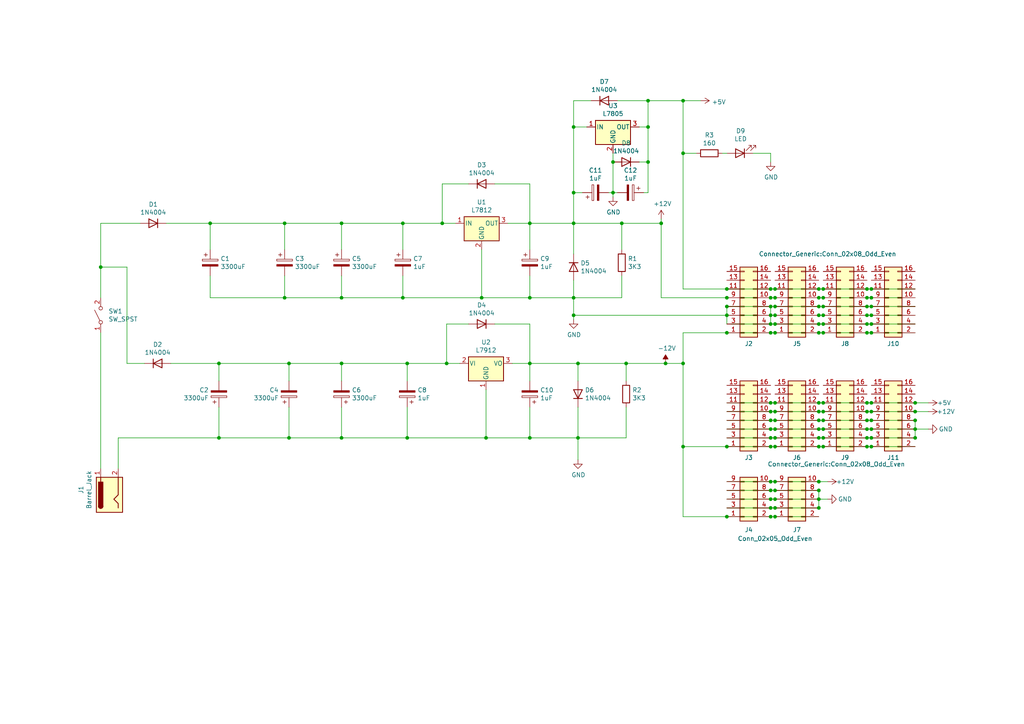
<source format=kicad_sch>
(kicad_sch (version 20211123) (generator eeschema)
  (paper "A4")
  (lib_symbols
    (symbol "Connector:Barrel_Jack" (pin_names (offset 1.016))
      (property "Reference" "J" (at 0 5.334 0))
      (property "Value" "Barrel_Jack" (at 0 -5.08 0))
      (symbol "Barrel_Jack_0_1"
        (rectangle (start -5.08 3.81) (end 5.08 -3.81) (stroke (width 0.254)) (fill (type background)))
        (arc (start -3.302 3.175) (mid -3.937 2.54) (end -3.302 1.905) (stroke (width 0.254)))
        (arc (start -3.302 3.175) (mid -3.937 2.54) (end -3.302 1.905) (stroke (width 0.254)) (fill (type outline)))
        (polyline (pts (xy 5.08 2.54) (xy 3.81 2.54)) (stroke (width 0.254)))
        (polyline (pts (xy -3.81 -2.54) (xy -2.54 -2.54) (xy -1.27 -1.27) (xy 0 -2.54) (xy 2.54 -2.54) (xy 5.08 -2.54)) (stroke (width 0.254)))
        (rectangle (start 3.683 3.175) (end -3.302 1.905) (stroke (width 0.254)) (fill (type outline)))
      )
      (symbol "Barrel_Jack_1_1"
        (pin passive line (at 7.62 2.54 180) (length 2.54) (name "~") (number "1"))
        (pin passive line (at 7.62 -2.54 180) (length 2.54) (name "~") (number "2"))
      )
    )
    (symbol "Connector_Generic:Conn_02x05_Odd_Even" (pin_names (offset 1.016) hide)
      (property "Reference" "J" (at 1.27 7.62 0))
      (property "Value" "Conn_02x05_Odd_Even" (at 1.27 -7.62 0))
      (symbol "Conn_02x05_Odd_Even_1_1"
        (rectangle (start -1.27 -4.953) (end 0 -5.207) (stroke (width 0.1524)))
        (rectangle (start -1.27 -2.413) (end 0 -2.667) (stroke (width 0.1524)))
        (rectangle (start -1.27 0.127) (end 0 -0.127) (stroke (width 0.1524)))
        (rectangle (start -1.27 2.667) (end 0 2.413) (stroke (width 0.1524)))
        (rectangle (start -1.27 5.207) (end 0 4.953) (stroke (width 0.1524)))
        (rectangle (start -1.27 6.35) (end 3.81 -6.35) (stroke (width 0.254)) (fill (type background)))
        (rectangle (start 3.81 -4.953) (end 2.54 -5.207) (stroke (width 0.1524)))
        (rectangle (start 3.81 -2.413) (end 2.54 -2.667) (stroke (width 0.1524)))
        (rectangle (start 3.81 0.127) (end 2.54 -0.127) (stroke (width 0.1524)))
        (rectangle (start 3.81 2.667) (end 2.54 2.413) (stroke (width 0.1524)))
        (rectangle (start 3.81 5.207) (end 2.54 4.953) (stroke (width 0.1524)))
        (pin passive line (at -5.08 5.08 0) (length 3.81) (name "Pin_1") (number "1"))
        (pin passive line (at 7.62 -5.08 180) (length 3.81) (name "Pin_10") (number "10"))
        (pin passive line (at 7.62 5.08 180) (length 3.81) (name "Pin_2") (number "2"))
        (pin passive line (at -5.08 2.54 0) (length 3.81) (name "Pin_3") (number "3"))
        (pin passive line (at 7.62 2.54 180) (length 3.81) (name "Pin_4") (number "4"))
        (pin passive line (at -5.08 0 0) (length 3.81) (name "Pin_5") (number "5"))
        (pin passive line (at 7.62 0 180) (length 3.81) (name "Pin_6") (number "6"))
        (pin passive line (at -5.08 -2.54 0) (length 3.81) (name "Pin_7") (number "7"))
        (pin passive line (at 7.62 -2.54 180) (length 3.81) (name "Pin_8") (number "8"))
        (pin passive line (at -5.08 -5.08 0) (length 3.81) (name "Pin_9") (number "9"))
      )
    )
    (symbol "Connector_Generic:Conn_02x08_Odd_Even" (pin_names (offset 1.016) hide)
      (property "Reference" "J" (at 1.27 10.16 0))
      (property "Value" "Conn_02x08_Odd_Even" (at 1.27 -12.7 0))
      (symbol "Conn_02x08_Odd_Even_1_1"
        (rectangle (start -1.27 -10.033) (end 0 -10.287) (stroke (width 0.1524)))
        (rectangle (start -1.27 -7.493) (end 0 -7.747) (stroke (width 0.1524)))
        (rectangle (start -1.27 -4.953) (end 0 -5.207) (stroke (width 0.1524)))
        (rectangle (start -1.27 -2.413) (end 0 -2.667) (stroke (width 0.1524)))
        (rectangle (start -1.27 0.127) (end 0 -0.127) (stroke (width 0.1524)))
        (rectangle (start -1.27 2.667) (end 0 2.413) (stroke (width 0.1524)))
        (rectangle (start -1.27 5.207) (end 0 4.953) (stroke (width 0.1524)))
        (rectangle (start -1.27 7.747) (end 0 7.493) (stroke (width 0.1524)))
        (rectangle (start -1.27 8.89) (end 3.81 -11.43) (stroke (width 0.254)) (fill (type background)))
        (rectangle (start 3.81 -10.033) (end 2.54 -10.287) (stroke (width 0.1524)))
        (rectangle (start 3.81 -7.493) (end 2.54 -7.747) (stroke (width 0.1524)))
        (rectangle (start 3.81 -4.953) (end 2.54 -5.207) (stroke (width 0.1524)))
        (rectangle (start 3.81 -2.413) (end 2.54 -2.667) (stroke (width 0.1524)))
        (rectangle (start 3.81 0.127) (end 2.54 -0.127) (stroke (width 0.1524)))
        (rectangle (start 3.81 2.667) (end 2.54 2.413) (stroke (width 0.1524)))
        (rectangle (start 3.81 5.207) (end 2.54 4.953) (stroke (width 0.1524)))
        (rectangle (start 3.81 7.747) (end 2.54 7.493) (stroke (width 0.1524)))
        (pin passive line (at -5.08 7.62 0) (length 3.81) (name "Pin_1") (number "1"))
        (pin passive line (at 7.62 -2.54 180) (length 3.81) (name "Pin_10") (number "10"))
        (pin passive line (at -5.08 -5.08 0) (length 3.81) (name "Pin_11") (number "11"))
        (pin passive line (at 7.62 -5.08 180) (length 3.81) (name "Pin_12") (number "12"))
        (pin passive line (at -5.08 -7.62 0) (length 3.81) (name "Pin_13") (number "13"))
        (pin passive line (at 7.62 -7.62 180) (length 3.81) (name "Pin_14") (number "14"))
        (pin passive line (at -5.08 -10.16 0) (length 3.81) (name "Pin_15") (number "15"))
        (pin passive line (at 7.62 -10.16 180) (length 3.81) (name "Pin_16") (number "16"))
        (pin passive line (at 7.62 7.62 180) (length 3.81) (name "Pin_2") (number "2"))
        (pin passive line (at -5.08 5.08 0) (length 3.81) (name "Pin_3") (number "3"))
        (pin passive line (at 7.62 5.08 180) (length 3.81) (name "Pin_4") (number "4"))
        (pin passive line (at -5.08 2.54 0) (length 3.81) (name "Pin_5") (number "5"))
        (pin passive line (at 7.62 2.54 180) (length 3.81) (name "Pin_6") (number "6"))
        (pin passive line (at -5.08 0 0) (length 3.81) (name "Pin_7") (number "7"))
        (pin passive line (at 7.62 0 180) (length 3.81) (name "Pin_8") (number "8"))
        (pin passive line (at -5.08 -2.54 0) (length 3.81) (name "Pin_9") (number "9"))
      )
    )
    (symbol "Device:CP" (pin_numbers hide) (pin_names (offset 0.254))
      (property "Reference" "C" (at 0.635 2.54 0))
      (property "Value" "Device_CP" (at 0.635 -2.54 0))
      (symbol "CP_0_1"
        (rectangle (start -2.286 0.508) (end 2.286 1.016))
        (polyline (pts (xy -1.778 2.286) (xy -0.762 2.286)))
        (polyline (pts (xy -1.27 2.794) (xy -1.27 1.778)))
        (rectangle (start 2.286 -0.508) (end -2.286 -1.016) (fill (type outline)))
      )
      (symbol "CP_1_1"
        (pin passive line (at 0 3.81 270) (length 2.794) (name "~") (number "1"))
        (pin passive line (at 0 -3.81 90) (length 2.794) (name "~") (number "2"))
      )
    )
    (symbol "Device:LED" (pin_numbers hide) (pin_names (offset 1.016) hide)
      (property "Reference" "D" (at 0 2.54 0))
      (property "Value" "LED" (at 0 -2.54 0))
      (symbol "LED_0_1"
        (polyline (pts (xy -1.27 -1.27) (xy -1.27 1.27)) (stroke (width 0.254)))
        (polyline (pts (xy -1.27 0) (xy 1.27 0)))
        (polyline (pts (xy 1.27 -1.27) (xy 1.27 1.27) (xy -1.27 0) (xy 1.27 -1.27)) (stroke (width 0.254)))
        (polyline (pts (xy -3.048 -0.762) (xy -4.572 -2.286) (xy -3.81 -2.286) (xy -4.572 -2.286) (xy -4.572 -1.524)))
        (polyline (pts (xy -1.778 -0.762) (xy -3.302 -2.286) (xy -2.54 -2.286) (xy -3.302 -2.286) (xy -3.302 -1.524)))
      )
      (symbol "LED_1_1"
        (pin passive line (at -3.81 0 0) (length 2.54) (name "K") (number "1"))
        (pin passive line (at 3.81 0 180) (length 2.54) (name "A") (number "2"))
      )
    )
    (symbol "Device:R" (pin_numbers hide) (pin_names (offset 0))
      (property "Reference" "R" (at 2.032 0 90))
      (property "Value" "R" (at 0 0 90))
      (symbol "R_0_1"
        (rectangle (start -1.016 -2.54) (end 1.016 2.54) (stroke (width 0.254)))
      )
      (symbol "R_1_1"
        (pin passive line (at 0 3.81 270) (length 1.27) (name "~") (number "1"))
        (pin passive line (at 0 -3.81 90) (length 1.27) (name "~") (number "2"))
      )
    )
    (symbol "Diode:1N4004" (pin_numbers hide) (pin_names (offset 1.016) hide)
      (property "Reference" "D" (at 0 2.54 0))
      (property "Value" "1N4004" (at 0 -2.54 0))
      (symbol "1N4004_0_1"
        (polyline (pts (xy -1.27 1.27) (xy -1.27 -1.27)) (stroke (width 0.254)))
        (polyline (pts (xy 1.27 0) (xy -1.27 0)))
        (polyline (pts (xy 1.27 1.27) (xy 1.27 -1.27) (xy -1.27 0) (xy 1.27 1.27)) (stroke (width 0.254)))
      )
      (symbol "1N4004_1_1"
        (pin passive line (at -3.81 0 0) (length 2.54) (name "K") (number "1"))
        (pin passive line (at 3.81 0 180) (length 2.54) (name "A") (number "2"))
      )
    )
    (symbol "Regulator_Linear:L7805" (pin_names (offset 0.254))
      (property "Reference" "U" (at -3.81 3.175 0))
      (property "Value" "L7805" (at 0 3.175 0))
      (symbol "L7805_0_1"
        (rectangle (start -5.08 1.905) (end 5.08 -5.08) (stroke (width 0.254)) (fill (type background)))
      )
      (symbol "L7805_1_1"
        (pin power_in line (at -7.62 0 0) (length 2.54) (name "IN") (number "1"))
        (pin power_in line (at 0 -7.62 90) (length 2.54) (name "GND") (number "2"))
        (pin power_out line (at 7.62 0 180) (length 2.54) (name "OUT") (number "3"))
      )
    )
    (symbol "Regulator_Linear:L7812" (pin_names (offset 0.254))
      (property "Reference" "U" (at -3.81 3.175 0))
      (property "Value" "L7812" (at 0 3.175 0))
      (symbol "L7812_0_1"
        (rectangle (start -5.08 1.905) (end 5.08 -5.08) (stroke (width 0.254)) (fill (type background)))
      )
      (symbol "L7812_1_1"
        (pin power_in line (at -7.62 0 0) (length 2.54) (name "IN") (number "1"))
        (pin power_in line (at 0 -7.62 90) (length 2.54) (name "GND") (number "2"))
        (pin power_out line (at 7.62 0 180) (length 2.54) (name "OUT") (number "3"))
      )
    )
    (symbol "Regulator_Linear:L7912" (pin_names (offset 0.254))
      (property "Reference" "U" (at -3.81 -3.175 0))
      (property "Value" "L7912" (at 0 -3.175 0))
      (symbol "L7912_0_1"
        (rectangle (start -5.08 5.08) (end 5.08 -1.905) (stroke (width 0.254)) (fill (type background)))
      )
      (symbol "L7912_1_1"
        (pin power_in line (at 0 7.62 270) (length 2.54) (name "GND") (number "1"))
        (pin power_in line (at -7.62 0 0) (length 2.54) (name "VI") (number "2"))
        (pin power_out line (at 7.62 0 180) (length 2.54) (name "VO") (number "3"))
      )
    )
    (symbol "Switch:SW_SPST" (pin_names (offset 0) hide)
      (property "Reference" "SW" (at 0 3.175 0))
      (property "Value" "SW_SPST" (at 0 -2.54 0))
      (symbol "SW_SPST_0_0"
        (circle (center -2.032 0) (radius 0.508))
        (polyline (pts (xy -1.524 0.254) (xy 1.524 1.778)))
        (circle (center 2.032 0) (radius 0.508))
      )
      (symbol "SW_SPST_1_1"
        (pin passive line (at -5.08 0 0) (length 2.54) (name "A") (number "1"))
        (pin passive line (at 5.08 0 180) (length 2.54) (name "B") (number "2"))
      )
    )
    (symbol "power:+12V" (power) (pin_names (offset 0))
      (property "Value" "+12V" (at 0 3.556 0))
      (symbol "+12V_0_1"
        (polyline (pts (xy -0.762 1.27) (xy 0 2.54)))
        (polyline (pts (xy 0 0) (xy 0 2.54)))
        (polyline (pts (xy 0 2.54) (xy 0.762 1.27)))
      )
      (symbol "+12V_1_1"
        (pin power_in line (at 0 0 90) (length 0) hide (name "+12V") (number "1"))
      )
    )
    (symbol "power:+5V" (power) (pin_names (offset 0))
      (property "Value" "+5V" (at 0 3.556 0))
      (symbol "+5V_0_1"
        (polyline (pts (xy -0.762 1.27) (xy 0 2.54)))
        (polyline (pts (xy 0 0) (xy 0 2.54)))
        (polyline (pts (xy 0 2.54) (xy 0.762 1.27)))
      )
      (symbol "+5V_1_1"
        (pin power_in line (at 0 0 90) (length 0) hide (name "+5V") (number "1"))
      )
    )
    (symbol "power:-12V" (power) (pin_names (offset 0))
      (property "Value" "-12V" (at 0 3.81 0))
      (symbol "-12V_0_0"
        (pin power_in line (at 0 0 90) (length 0) hide (name "-12V") (number "1"))
      )
      (symbol "-12V_0_1"
        (polyline (pts (xy 0 0) (xy 0 1.27) (xy 0.762 1.27) (xy 0 2.54) (xy -0.762 1.27) (xy 0 1.27)) (fill (type outline)))
      )
    )
    (symbol "power:GND" (power) (pin_names (offset 0))
      (property "Value" "GND" (at 0 -3.81 0))
      (symbol "GND_0_1"
        (polyline (pts (xy 0 0) (xy 0 -1.27) (xy 1.27 -1.27) (xy 0 -2.54) (xy -1.27 -1.27) (xy 0 -1.27)))
      )
      (symbol "GND_1_1"
        (pin power_in line (at 0 0 270) (length 0) hide (name "GND") (number "1"))
      )
    )
  )
  (junction (at 251.46 124.46))
  (junction (at 60.96 64.77))
  (junction (at 237.49 144.78))
  (junction (at 210.82 83.82))
  (junction (at 265.43 121.92))
  (junction (at 252.73 129.54))
  (junction (at 223.52 121.92))
  (junction (at 265.43 124.46))
  (junction (at 238.76 127))
  (junction (at 187.96 46.99))
  (junction (at 252.73 91.44))
  (junction (at 224.79 149.86))
  (junction (at 251.46 83.82))
  (junction (at 198.12 29.21))
  (junction (at 187.96 36.83))
  (junction (at 223.52 88.9))
  (junction (at 238.76 91.44))
  (junction (at 224.79 139.7))
  (junction (at 238.76 96.52))
  (junction (at 252.73 83.82))
  (junction (at 238.76 121.92))
  (junction (at 223.52 147.32))
  (junction (at 224.79 124.46))
  (junction (at 116.84 86.36))
  (junction (at 237.49 147.32))
  (junction (at 210.82 88.9))
  (junction (at 99.06 105.41))
  (junction (at 237.49 121.92))
  (junction (at 252.73 119.38))
  (junction (at 223.52 142.24))
  (junction (at 238.76 116.84))
  (junction (at 187.96 29.21))
  (junction (at 99.06 64.77))
  (junction (at 82.55 64.77))
  (junction (at 223.52 116.84))
  (junction (at 180.34 64.77))
  (junction (at 237.49 119.38))
  (junction (at 99.06 127))
  (junction (at 238.76 86.36))
  (junction (at 166.37 55.88))
  (junction (at 128.27 64.77))
  (junction (at 252.73 86.36))
  (junction (at 265.43 119.38))
  (junction (at 223.52 96.52))
  (junction (at 153.67 105.41))
  (junction (at 210.82 149.86))
  (junction (at 224.79 91.44))
  (junction (at 29.21 77.47))
  (junction (at 237.49 83.82))
  (junction (at 251.46 96.52))
  (junction (at 166.37 36.83))
  (junction (at 237.49 86.36))
  (junction (at 191.77 64.77))
  (junction (at 198.12 105.41))
  (junction (at 238.76 93.98))
  (junction (at 140.97 127))
  (junction (at 238.76 88.9))
  (junction (at 252.73 88.9))
  (junction (at 63.5 105.41))
  (junction (at 252.73 127))
  (junction (at 237.49 129.54))
  (junction (at 224.79 116.84))
  (junction (at 251.46 86.36))
  (junction (at 210.82 129.54))
  (junction (at 224.79 86.36))
  (junction (at 224.79 127))
  (junction (at 224.79 119.38))
  (junction (at 224.79 93.98))
  (junction (at 83.82 127))
  (junction (at 223.52 149.86))
  (junction (at 198.12 44.45))
  (junction (at 252.73 116.84))
  (junction (at 224.79 144.78))
  (junction (at 210.82 91.44))
  (junction (at 237.49 116.84))
  (junction (at 237.49 96.52))
  (junction (at 251.46 119.38))
  (junction (at 181.61 105.41))
  (junction (at 252.73 96.52))
  (junction (at 224.79 83.82))
  (junction (at 237.49 127))
  (junction (at 223.52 93.98))
  (junction (at 167.64 127))
  (junction (at 237.49 88.9))
  (junction (at 193.04 105.41))
  (junction (at 251.46 116.84))
  (junction (at 251.46 88.9))
  (junction (at 237.49 124.46))
  (junction (at 223.52 86.36))
  (junction (at 223.52 144.78))
  (junction (at 223.52 127))
  (junction (at 224.79 147.32))
  (junction (at 139.7 86.36))
  (junction (at 251.46 91.44))
  (junction (at 224.79 88.9))
  (junction (at 251.46 121.92))
  (junction (at 223.52 124.46))
  (junction (at 153.67 127))
  (junction (at 118.11 105.41))
  (junction (at 223.52 139.7))
  (junction (at 265.43 116.84))
  (junction (at 210.82 86.36))
  (junction (at 252.73 93.98))
  (junction (at 129.54 105.41))
  (junction (at 251.46 129.54))
  (junction (at 238.76 129.54))
  (junction (at 166.37 86.36))
  (junction (at 223.52 83.82))
  (junction (at 198.12 129.54))
  (junction (at 251.46 93.98))
  (junction (at 223.52 91.44))
  (junction (at 238.76 119.38))
  (junction (at 237.49 139.7))
  (junction (at 224.79 142.24))
  (junction (at 177.8 55.88))
  (junction (at 63.5 127))
  (junction (at 252.73 124.46))
  (junction (at 153.67 64.77))
  (junction (at 224.79 121.92))
  (junction (at 166.37 64.77))
  (junction (at 238.76 124.46))
  (junction (at 265.43 127))
  (junction (at 238.76 83.82))
  (junction (at 237.49 142.24))
  (junction (at 237.49 91.44))
  (junction (at 116.84 64.77))
  (junction (at 166.37 91.44))
  (junction (at 223.52 119.38))
  (junction (at 252.73 121.92))
  (junction (at 118.11 127))
  (junction (at 167.64 105.41))
  (junction (at 237.49 93.98))
  (junction (at 251.46 127))
  (junction (at 153.67 86.36))
  (junction (at 83.82 105.41))
  (junction (at 82.55 86.36))
  (junction (at 224.79 96.52))
  (junction (at 224.79 129.54))
  (junction (at 99.06 86.36))
  (junction (at 223.52 129.54))
  (junction (at 210.82 96.52))
  (junction (at 177.8 46.99))
  (wire (pts (xy 140.97 113.03) (xy 140.97 127)))
  (wire (pts (xy 237.49 83.82) (xy 238.76 83.82)))
  (wire (pts (xy 237.49 119.38) (xy 238.76 119.38)))
  (wire (pts (xy 252.73 124.46) (xy 265.43 124.46)))
  (wire (pts (xy 223.52 119.38) (xy 224.79 119.38)))
  (wire (pts (xy 198.12 149.86) (xy 198.12 129.54)))
  (wire (pts (xy 166.37 29.21) (xy 171.45 29.21)))
  (wire (pts (xy 251.46 129.54) (xy 252.73 129.54)))
  (wire (pts (xy 251.46 83.82) (xy 252.73 83.82)))
  (wire (pts (xy 143.51 93.98) (xy 153.67 93.98)))
  (wire (pts (xy 265.43 116.84) (xy 269.24 116.84)))
  (wire (pts (xy 166.37 64.77) (xy 180.34 64.77)))
  (wire (pts (xy 29.21 135.89) (xy 29.21 96.52)))
  (wire (pts (xy 166.37 86.36) (xy 153.67 86.36)))
  (wire (pts (xy 153.67 93.98) (xy 153.67 105.41)))
  (wire (pts (xy 181.61 105.41) (xy 181.61 110.49)))
  (wire (pts (xy 252.73 119.38) (xy 265.43 119.38)))
  (wire (pts (xy 252.73 121.92) (xy 251.46 121.92)))
  (wire (pts (xy 224.79 91.44) (xy 237.49 91.44)))
  (wire (pts (xy 238.76 86.36) (xy 251.46 86.36)))
  (wire (pts (xy 252.73 121.92) (xy 265.43 121.92)))
  (wire (pts (xy 198.12 44.45) (xy 198.12 83.82)))
  (wire (pts (xy 166.37 91.44) (xy 166.37 92.71)))
  (wire (pts (xy 198.12 105.41) (xy 198.12 96.52)))
  (wire (pts (xy 210.82 144.78) (xy 223.52 144.78)))
  (wire (pts (xy 238.76 119.38) (xy 251.46 119.38)))
  (wire (pts (xy 223.52 91.44) (xy 224.79 91.44)))
  (wire (pts (xy 128.27 53.34) (xy 135.89 53.34)))
  (wire (pts (xy 167.64 127) (xy 167.64 133.35)))
  (wire (pts (xy 29.21 77.47) (xy 29.21 64.77)))
  (wire (pts (xy 237.49 116.84) (xy 238.76 116.84)))
  (wire (pts (xy 252.73 91.44) (xy 265.43 91.44)))
  (wire (pts (xy 49.53 105.41) (xy 63.5 105.41)))
  (wire (pts (xy 223.52 88.9) (xy 224.79 88.9)))
  (wire (pts (xy 118.11 118.11) (xy 118.11 127)))
  (wire (pts (xy 36.83 105.41) (xy 41.91 105.41)))
  (wire (pts (xy 210.82 121.92) (xy 223.52 121.92)))
  (wire (pts (xy 170.18 36.83) (xy 166.37 36.83)))
  (wire (pts (xy 223.52 147.32) (xy 224.79 147.32)))
  (wire (pts (xy 251.46 127) (xy 252.73 127)))
  (wire (pts (xy 166.37 86.36) (xy 166.37 91.44)))
  (wire (pts (xy 223.52 139.7) (xy 224.79 139.7)))
  (wire (pts (xy 252.73 116.84) (xy 251.46 116.84)))
  (wire (pts (xy 129.54 105.41) (xy 133.35 105.41)))
  (wire (pts (xy 63.5 105.41) (xy 63.5 110.49)))
  (wire (pts (xy 237.49 88.9) (xy 238.76 88.9)))
  (wire (pts (xy 34.29 135.89) (xy 34.29 127)))
  (wire (pts (xy 237.49 121.92) (xy 238.76 121.92)))
  (wire (pts (xy 82.55 80.01) (xy 82.55 86.36)))
  (wire (pts (xy 99.06 105.41) (xy 99.06 110.49)))
  (wire (pts (xy 82.55 64.77) (xy 60.96 64.77)))
  (wire (pts (xy 177.8 44.45) (xy 177.8 46.99)))
  (wire (pts (xy 167.64 127) (xy 181.61 127)))
  (wire (pts (xy 48.26 64.77) (xy 60.96 64.77)))
  (wire (pts (xy 198.12 29.21) (xy 203.2 29.21)))
  (wire (pts (xy 210.82 83.82) (xy 223.52 83.82)))
  (wire (pts (xy 153.67 64.77) (xy 153.67 53.34)))
  (wire (pts (xy 238.76 96.52) (xy 251.46 96.52)))
  (wire (pts (xy 29.21 86.36) (xy 29.21 77.47)))
  (wire (pts (xy 180.34 86.36) (xy 180.34 80.01)))
  (wire (pts (xy 252.73 83.82) (xy 265.43 83.82)))
  (wire (pts (xy 223.52 144.78) (xy 224.79 144.78)))
  (wire (pts (xy 166.37 64.77) (xy 166.37 73.66)))
  (wire (pts (xy 238.76 124.46) (xy 251.46 124.46)))
  (wire (pts (xy 83.82 105.41) (xy 83.82 110.49)))
  (wire (pts (xy 210.82 88.9) (xy 223.52 88.9)))
  (wire (pts (xy 251.46 93.98) (xy 252.73 93.98)))
  (wire (pts (xy 223.52 83.82) (xy 224.79 83.82)))
  (wire (pts (xy 153.67 127) (xy 167.64 127)))
  (wire (pts (xy 187.96 29.21) (xy 198.12 29.21)))
  (wire (pts (xy 83.82 127) (xy 99.06 127)))
  (wire (pts (xy 223.52 91.44) (xy 210.82 91.44)))
  (wire (pts (xy 210.82 91.44) (xy 166.37 91.44)))
  (wire (pts (xy 139.7 86.36) (xy 116.84 86.36)))
  (wire (pts (xy 185.42 46.99) (xy 187.96 46.99)))
  (wire (pts (xy 224.79 88.9) (xy 237.49 88.9)))
  (wire (pts (xy 118.11 105.41) (xy 99.06 105.41)))
  (wire (pts (xy 210.82 86.36) (xy 191.77 86.36)))
  (wire (pts (xy 132.08 64.77) (xy 128.27 64.77)))
  (wire (pts (xy 238.76 91.44) (xy 251.46 91.44)))
  (wire (pts (xy 238.76 93.98) (xy 251.46 93.98)))
  (wire (pts (xy 251.46 124.46) (xy 252.73 124.46)))
  (wire (pts (xy 99.06 127) (xy 118.11 127)))
  (wire (pts (xy 223.52 93.98) (xy 224.79 93.98)))
  (wire (pts (xy 129.54 93.98) (xy 129.54 105.41)))
  (wire (pts (xy 193.04 105.41) (xy 198.12 105.41)))
  (wire (pts (xy 251.46 83.82) (xy 238.76 83.82)))
  (wire (pts (xy 218.44 44.45) (xy 223.52 44.45)))
  (wire (pts (xy 223.52 96.52) (xy 224.79 96.52)))
  (wire (pts (xy 167.64 105.41) (xy 181.61 105.41)))
  (wire (pts (xy 237.49 147.32) (xy 237.49 144.78)))
  (wire (pts (xy 180.34 64.77) (xy 180.34 72.39)))
  (wire (pts (xy 237.49 139.7) (xy 240.03 139.7)))
  (wire (pts (xy 251.46 96.52) (xy 252.73 96.52)))
  (wire (pts (xy 223.52 93.98) (xy 223.52 91.44)))
  (wire (pts (xy 238.76 121.92) (xy 251.46 121.92)))
  (wire (pts (xy 237.49 93.98) (xy 238.76 93.98)))
  (wire (pts (xy 237.49 91.44) (xy 238.76 91.44)))
  (wire (pts (xy 118.11 105.41) (xy 118.11 110.49)))
  (wire (pts (xy 177.8 55.88) (xy 177.8 57.15)))
  (wire (pts (xy 212.09 93.98) (xy 223.52 93.98)))
  (wire (pts (xy 223.52 147.32) (xy 210.82 147.32)))
  (wire (pts (xy 223.52 116.84) (xy 224.79 116.84)))
  (wire (pts (xy 116.84 64.77) (xy 99.06 64.77)))
  (wire (pts (xy 237.49 144.78) (xy 237.49 142.24)))
  (wire (pts (xy 63.5 127) (xy 83.82 127)))
  (wire (pts (xy 265.43 127) (xy 252.73 127)))
  (wire (pts (xy 252.73 88.9) (xy 265.43 88.9)))
  (wire (pts (xy 224.79 147.32) (xy 237.49 147.32)))
  (wire (pts (xy 210.82 116.84) (xy 223.52 116.84)))
  (wire (pts (xy 140.97 127) (xy 153.67 127)))
  (wire (pts (xy 118.11 127) (xy 140.97 127)))
  (wire (pts (xy 237.49 127) (xy 238.76 127)))
  (wire (pts (xy 135.89 93.98) (xy 129.54 93.98)))
  (wire (pts (xy 201.93 44.45) (xy 198.12 44.45)))
  (wire (pts (xy 224.79 83.82) (xy 237.49 83.82)))
  (wire (pts (xy 99.06 64.77) (xy 82.55 64.77)))
  (wire (pts (xy 210.82 88.9) (xy 210.82 91.44)))
  (wire (pts (xy 252.73 93.98) (xy 265.43 93.98)))
  (wire (pts (xy 265.43 127) (xy 265.43 124.46)))
  (wire (pts (xy 180.34 64.77) (xy 191.77 64.77)))
  (wire (pts (xy 153.67 80.01) (xy 153.67 86.36)))
  (wire (pts (xy 99.06 86.36) (xy 82.55 86.36)))
  (wire (pts (xy 166.37 55.88) (xy 166.37 64.77)))
  (wire (pts (xy 237.49 96.52) (xy 238.76 96.52)))
  (wire (pts (xy 210.82 149.86) (xy 198.12 149.86)))
  (wire (pts (xy 237.49 86.36) (xy 238.76 86.36)))
  (wire (pts (xy 251.46 86.36) (xy 252.73 86.36)))
  (wire (pts (xy 191.77 64.77) (xy 191.77 63.5)))
  (wire (pts (xy 198.12 129.54) (xy 198.12 105.41)))
  (wire (pts (xy 99.06 72.39) (xy 99.06 64.77)))
  (wire (pts (xy 210.82 142.24) (xy 223.52 142.24)))
  (wire (pts (xy 82.55 72.39) (xy 82.55 64.77)))
  (wire (pts (xy 223.52 124.46) (xy 224.79 124.46)))
  (wire (pts (xy 116.84 72.39) (xy 116.84 64.77)))
  (wire (pts (xy 181.61 105.41) (xy 193.04 105.41)))
  (wire (pts (xy 224.79 144.78) (xy 237.49 144.78)))
  (wire (pts (xy 176.53 55.88) (xy 177.8 55.88)))
  (wire (pts (xy 153.67 118.11) (xy 153.67 127)))
  (wire (pts (xy 166.37 55.88) (xy 168.91 55.88)))
  (wire (pts (xy 83.82 105.41) (xy 63.5 105.41)))
  (wire (pts (xy 238.76 88.9) (xy 251.46 88.9)))
  (wire (pts (xy 153.67 64.77) (xy 147.32 64.77)))
  (wire (pts (xy 265.43 116.84) (xy 252.73 116.84)))
  (wire (pts (xy 198.12 96.52) (xy 210.82 96.52)))
  (wire (pts (xy 223.52 121.92) (xy 224.79 121.92)))
  (wire (pts (xy 210.82 127) (xy 223.52 127)))
  (wire (pts (xy 128.27 64.77) (xy 116.84 64.77)))
  (wire (pts (xy 237.49 129.54) (xy 238.76 129.54)))
  (wire (pts (xy 187.96 55.88) (xy 187.96 46.99)))
  (wire (pts (xy 153.67 53.34) (xy 143.51 53.34)))
  (wire (pts (xy 210.82 139.7) (xy 223.52 139.7)))
  (wire (pts (xy 210.82 149.86) (xy 223.52 149.86)))
  (wire (pts (xy 34.29 127) (xy 63.5 127)))
  (wire (pts (xy 224.79 149.86) (xy 237.49 149.86)))
  (wire (pts (xy 166.37 81.28) (xy 166.37 86.36)))
  (wire (pts (xy 224.79 119.38) (xy 237.49 119.38)))
  (wire (pts (xy 148.59 105.41) (xy 153.67 105.41)))
  (wire (pts (xy 210.82 129.54) (xy 198.12 129.54)))
  (wire (pts (xy 224.79 127) (xy 237.49 127)))
  (wire (pts (xy 265.43 119.38) (xy 269.24 119.38)))
  (wire (pts (xy 179.07 55.88) (xy 177.8 55.88)))
  (wire (pts (xy 167.64 127) (xy 167.64 118.11)))
  (wire (pts (xy 153.67 64.77) (xy 153.67 72.39)))
  (wire (pts (xy 224.79 129.54) (xy 237.49 129.54)))
  (wire (pts (xy 238.76 116.84) (xy 251.46 116.84)))
  (wire (pts (xy 181.61 127) (xy 181.61 118.11)))
  (wire (pts (xy 252.73 86.36) (xy 265.43 86.36)))
  (wire (pts (xy 29.21 64.77) (xy 40.64 64.77)))
  (wire (pts (xy 83.82 118.11) (xy 83.82 127)))
  (wire (pts (xy 265.43 124.46) (xy 269.24 124.46)))
  (wire (pts (xy 237.49 124.46) (xy 238.76 124.46)))
  (wire (pts (xy 153.67 86.36) (xy 139.7 86.36)))
  (wire (pts (xy 185.42 36.83) (xy 187.96 36.83)))
  (wire (pts (xy 224.79 139.7) (xy 237.49 139.7)))
  (wire (pts (xy 191.77 86.36) (xy 191.77 64.77)))
  (wire (pts (xy 223.52 149.86) (xy 224.79 149.86)))
  (wire (pts (xy 210.82 93.98) (xy 210.82 91.44)))
  (wire (pts (xy 251.46 88.9) (xy 252.73 88.9)))
  (wire (pts (xy 60.96 64.77) (xy 60.96 72.39)))
  (wire (pts (xy 139.7 72.39) (xy 139.7 86.36)))
  (wire (pts (xy 82.55 86.36) (xy 60.96 86.36)))
  (wire (pts (xy 224.79 93.98) (xy 237.49 93.98)))
  (wire (pts (xy 153.67 64.77) (xy 166.37 64.77)))
  (wire (pts (xy 210.82 44.45) (xy 209.55 44.45)))
  (wire (pts (xy 167.64 105.41) (xy 167.64 110.49)))
  (wire (pts (xy 166.37 86.36) (xy 180.34 86.36)))
  (wire (pts (xy 223.52 86.36) (xy 224.79 86.36)))
  (wire (pts (xy 238.76 129.54) (xy 251.46 129.54)))
  (wire (pts (xy 153.67 110.49) (xy 153.67 105.41)))
  (wire (pts (xy 210.82 83.82) (xy 198.12 83.82)))
  (wire (pts (xy 116.84 86.36) (xy 99.06 86.36)))
  (wire (pts (xy 186.69 55.88) (xy 187.96 55.88)))
  (wire (pts (xy 99.06 80.01) (xy 99.06 86.36)))
  (wire (pts (xy 153.67 105.41) (xy 167.64 105.41)))
  (wire (pts (xy 166.37 29.21) (xy 166.37 36.83)))
  (wire (pts (xy 223.52 142.24) (xy 224.79 142.24)))
  (wire (pts (xy 252.73 129.54) (xy 265.43 129.54)))
  (wire (pts (xy 166.37 36.83) (xy 166.37 55.88)))
  (wire (pts (xy 251.46 119.38) (xy 252.73 119.38)))
  (wire (pts (xy 210.82 124.46) (xy 223.52 124.46)))
  (wire (pts (xy 251.46 91.44) (xy 252.73 91.44)))
  (wire (pts (xy 210.82 86.36) (xy 223.52 86.36)))
  (wire (pts (xy 210.82 129.54) (xy 223.52 129.54)))
  (wire (pts (xy 224.79 121.92) (xy 237.49 121.92)))
  (wire (pts (xy 187.96 46.99) (xy 187.96 36.83)))
  (wire (pts (xy 187.96 29.21) (xy 187.96 36.83)))
  (wire (pts (xy 224.79 142.24) (xy 237.49 142.24)))
  (wire (pts (xy 118.11 105.41) (xy 129.54 105.41)))
  (wire (pts (xy 128.27 64.77) (xy 128.27 53.34)))
  (wire (pts (xy 223.52 127) (xy 224.79 127)))
  (wire (pts (xy 210.82 119.38) (xy 223.52 119.38)))
  (wire (pts (xy 223.52 44.45) (xy 223.52 46.99)))
  (wire (pts (xy 224.79 116.84) (xy 237.49 116.84)))
  (wire (pts (xy 223.52 96.52) (xy 210.82 96.52)))
  (wire (pts (xy 252.73 96.52) (xy 265.43 96.52)))
  (wire (pts (xy 224.79 124.46) (xy 237.49 124.46)))
  (wire (pts (xy 238.76 127) (xy 251.46 127)))
  (wire (pts (xy 116.84 86.36) (xy 116.84 80.01)))
  (wire (pts (xy 60.96 86.36) (xy 60.96 80.01)))
  (wire (pts (xy 223.52 129.54) (xy 224.79 129.54)))
  (wire (pts (xy 99.06 118.11) (xy 99.06 127)))
  (wire (pts (xy 63.5 118.11) (xy 63.5 127)))
  (wire (pts (xy 177.8 46.99) (xy 177.8 55.88)))
  (wire (pts (xy 187.96 29.21) (xy 179.07 29.21)))
  (wire (pts (xy 237.49 144.78) (xy 240.03 144.78)))
  (wire (pts (xy 36.83 77.47) (xy 29.21 77.47)))
  (wire (pts (xy 265.43 124.46) (xy 265.43 121.92)))
  (wire (pts (xy 224.79 86.36) (xy 237.49 86.36)))
  (wire (pts (xy 99.06 105.41) (xy 83.82 105.41)))
  (wire (pts (xy 36.83 105.41) (xy 36.83 77.47)))
  (wire (pts (xy 224.79 96.52) (xy 237.49 96.52)))
  (wire (pts (xy 198.12 29.21) (xy 198.12 44.45)))
  (wire (pts (xy 223.52 88.9) (xy 223.52 91.44)))
  (symbol (lib_id "Device:CP") (at 60.96 76.2 0) (unit 1)
    (property "Reference" "C1" (at 63.9572 75.0316 0) (effects (justify left)))
    (property "Value" "3300uF" (at 63.9572 77.343 0) (effects (justify left)))
    (property "Footprint" "Capacitor_THT:CP_Radial_D18.0mm_P7.50mm" (effects hide))
  )
  (symbol (lib_id "Device:CP") (at 63.5 114.3 0) (mirror x) (unit 1)
    (property "Reference" "C2" (at 60.5282 113.1316 0) (effects (justify right)))
    (property "Value" "3300uF" (at 60.5282 115.443 0) (effects (justify right)))
    (property "Footprint" "Capacitor_THT:CP_Radial_D18.0mm_P7.50mm" (effects hide))
  )
  (symbol (lib_id "Device:CP") (at 82.55 76.2 0) (unit 1)
    (property "Reference" "C3" (at 85.5472 75.0316 0) (effects (justify left)))
    (property "Value" "3300uF" (at 85.5472 77.343 0) (effects (justify left)))
    (property "Footprint" "Capacitor_THT:CP_Radial_D18.0mm_P7.50mm" (effects hide))
  )
  (symbol (lib_id "Device:CP") (at 99.06 76.2 0) (unit 1)
    (property "Reference" "C5" (at 102.0572 75.0316 0) (effects (justify left)))
    (property "Value" "3300uF" (at 102.0572 77.343 0) (effects (justify left)))
    (property "Footprint" "Capacitor_THT:CP_Radial_D18.0mm_P7.50mm" (effects hide))
  )
  (symbol (lib_id "Device:CP") (at 83.82 114.3 0) (mirror x) (unit 1)
    (property "Reference" "C4" (at 80.8482 113.1316 0) (effects (justify right)))
    (property "Value" "3300uF" (at 80.8482 115.443 0) (effects (justify right)))
    (property "Footprint" "Capacitor_THT:CP_Radial_D18.0mm_P7.50mm" (effects hide))
  )
  (symbol (lib_id "Device:CP") (at 99.06 114.3 180) (unit 1)
    (property "Reference" "C6" (at 102.0572 113.1316 0) (effects (justify right)))
    (property "Value" "3300uF" (at 102.0572 115.443 0) (effects (justify right)))
    (property "Footprint" "Capacitor_THT:CP_Radial_D18.0mm_P7.50mm" (effects hide))
  )
  (symbol (lib_id "Diode:1N4004") (at 44.45 64.77 0) (mirror y) (unit 1)
    (property "Reference" "D1" (at 44.45 59.2836 0))
    (property "Value" "1N4004" (at 44.45 61.595 0))
    (property "Footprint" "Diode_THT:D_DO-41_SOD81_P10.16mm_Horizontal" (effects hide))
    (property "Datasheet" "http://www.vishay.com/docs/88503/1n4001.pdf" (effects hide))
  )
  (symbol (lib_id "Diode:1N4004") (at 139.7 53.34 0) (unit 1)
    (property "Reference" "D3" (at 139.7 47.8536 0))
    (property "Value" "1N4004" (at 139.7 50.165 0))
    (property "Footprint" "Diode_THT:D_DO-41_SOD81_P10.16mm_Horizontal" (effects hide))
    (property "Datasheet" "http://www.vishay.com/docs/88503/1n4001.pdf" (effects hide))
  )
  (symbol (lib_id "Diode:1N4004") (at 166.37 77.47 270) (unit 1)
    (property "Reference" "D5" (at 168.3766 76.3016 90) (effects (justify left)))
    (property "Value" "1N4004" (at 168.3766 78.613 90) (effects (justify left)))
    (property "Footprint" "Diode_THT:D_DO-41_SOD81_P10.16mm_Horizontal" (effects hide))
    (property "Datasheet" "http://www.vishay.com/docs/88503/1n4001.pdf" (effects hide))
  )
  (symbol (lib_id "Diode:1N4004") (at 167.64 114.3 90) (unit 1)
    (property "Reference" "D6" (at 169.6466 113.1316 90) (effects (justify right)))
    (property "Value" "1N4004" (at 169.6466 115.443 90) (effects (justify right)))
    (property "Footprint" "Diode_THT:D_DO-41_SOD81_P10.16mm_Horizontal" (effects hide))
    (property "Datasheet" "http://www.vishay.com/docs/88503/1n4001.pdf" (effects hide))
  )
  (symbol (lib_id "Diode:1N4004") (at 139.7 93.98 0) (mirror y) (unit 1)
    (property "Reference" "D4" (at 139.7 88.4936 0))
    (property "Value" "1N4004" (at 139.7 90.805 0))
    (property "Footprint" "Diode_THT:D_DO-41_SOD81_P10.16mm_Horizontal" (effects hide))
    (property "Datasheet" "http://www.vishay.com/docs/88503/1n4001.pdf" (effects hide))
  )
  (symbol (lib_id "Diode:1N4004") (at 45.72 105.41 0) (unit 1)
    (property "Reference" "D2" (at 45.72 99.9236 0))
    (property "Value" "1N4004" (at 45.72 102.235 0))
    (property "Footprint" "Diode_THT:D_DO-41_SOD81_P10.16mm_Horizontal" (effects hide))
    (property "Datasheet" "http://www.vishay.com/docs/88503/1n4001.pdf" (effects hide))
  )
  (symbol (lib_id "Regulator_Linear:L7812") (at 139.7 64.77 0) (unit 1)
    (property "Reference" "U1" (at 139.7 58.6232 0))
    (property "Value" "L7812" (at 139.7 60.9346 0))
    (property "Footprint" "Package_TO_SOT_THT:TO-220-3_Vertical" (effects hide))
    (property "Datasheet" "http://www.st.com/content/ccc/resource/technical/document/datasheet/41/4f/b3/b0/12/d4/47/88/CD00000444.pdf/files/CD00000444.pdf/jcr:content/translations/en.CD00000444.pdf" (effects hide))
  )
  (symbol (lib_id "Regulator_Linear:L7912") (at 140.97 105.41 0) (mirror x) (unit 1)
    (property "Reference" "U2" (at 140.97 99.2632 0))
    (property "Value" "L7912" (at 140.97 101.5746 0))
    (property "Footprint" "Package_TO_SOT_THT:TO-220-3_Vertical" (effects hide))
    (property "Datasheet" "http://www.st.com/content/ccc/resource/technical/document/datasheet/c9/16/86/41/c7/2b/45/f2/CD00000450.pdf/files/CD00000450.pdf/jcr:content/translations/en.CD00000450.pdf" (effects hide))
  )
  (symbol (lib_id "power:GND") (at 166.37 92.71 0) (unit 1)
    (property "Reference" "#PWR01" (effects hide))
    (property "Value" "GND" (at 166.497 97.1042 0))
  )
  (symbol (lib_id "power:GND") (at 167.64 133.35 0) (unit 1)
    (property "Reference" "#PWR02" (effects hide))
    (property "Value" "GND" (at 167.767 137.7442 0))
  )
  (symbol (lib_id "Device:R") (at 180.34 76.2 0) (unit 1)
    (property "Reference" "R1" (at 182.118 75.0316 0) (effects (justify left)))
    (property "Value" "3K3" (at 182.118 77.343 0) (effects (justify left)))
    (property "Footprint" "Resistor_THT:R_Axial_DIN0207_L6.3mm_D2.5mm_P10.16mm_Horizontal" (effects hide))
  )
  (symbol (lib_id "Device:R") (at 181.61 114.3 0) (unit 1)
    (property "Reference" "R2" (at 183.388 113.1316 0) (effects (justify left)))
    (property "Value" "3K3" (at 183.388 115.443 0) (effects (justify left)))
    (property "Footprint" "Resistor_THT:R_Axial_DIN0207_L6.3mm_D2.5mm_P10.16mm_Horizontal" (effects hide))
  )
  (symbol (lib_id "power:+12V") (at 191.77 63.5 0) (unit 1)
    (property "Reference" "#PWR04" (effects hide))
    (property "Value" "+12V" (at 192.151 59.1058 0))
  )
  (symbol (lib_id "power:-12V") (at 193.04 105.41 0) (unit 1)
    (property "Reference" "#PWR05" (effects hide))
    (property "Value" "-12V" (at 193.421 101.0158 0))
  )
  (symbol (lib_id "Connector_Generic:Conn_02x08_Odd_Even") (at 215.9 88.9 0) (mirror x) (unit 1)
    (property "Reference" "J2" (at 217.17 99.695 0))
    (property "Value" "Connector_Generic:Conn_02x08_Odd_Even" (effects hide))
    (property "Footprint" "Connector_IDC:IDC-Header_2x08_P2.54mm_Vertical" (effects hide))
  )
  (symbol (lib_id "Connector:Barrel_Jack") (at 31.75 143.51 90) (unit 1)
    (property "Reference" "J1" (at 23.495 142.0622 0))
    (property "Value" "Barrel_Jack" (at 25.8064 142.0622 0))
    (property "Footprint" "Connector_PinHeader_2.54mm:PinHeader_1x02_P2.54mm_Vertical" (effects hide))
  )
  (symbol (lib_id "Regulator_Linear:L7805") (at 177.8 36.83 0) (unit 1)
    (property "Reference" "U3" (at 177.8 30.6832 0))
    (property "Value" "L7805" (at 177.8 32.9946 0))
    (property "Footprint" "Package_TO_SOT_THT:TO-220-3_Vertical" (effects hide))
    (property "Datasheet" "http://www.st.com/content/ccc/resource/technical/document/datasheet/41/4f/b3/b0/12/d4/47/88/CD00000444.pdf/files/CD00000444.pdf/jcr:content/translations/en.CD00000444.pdf" (effects hide))
  )
  (symbol (lib_id "power:GND") (at 177.8 57.15 0) (unit 1)
    (property "Reference" "#PWR03" (effects hide))
    (property "Value" "GND" (at 177.927 61.5442 0))
  )
  (symbol (lib_id "Diode:1N4004") (at 175.26 29.21 0) (unit 1)
    (property "Reference" "D7" (at 175.26 23.6982 0))
    (property "Value" "1N4004" (at 175.26 26.0096 0))
    (property "Footprint" "Diode_THT:D_DO-41_SOD81_P10.16mm_Horizontal" (effects hide))
    (property "Datasheet" "http://www.vishay.com/docs/88503/1n4001.pdf" (effects hide))
  )
  (symbol (lib_id "Diode:1N4004") (at 181.61 46.99 180) (unit 1)
    (property "Reference" "D8" (at 181.61 41.4782 0))
    (property "Value" "1N4004" (at 181.61 43.7896 0))
    (property "Footprint" "Diode_THT:D_DO-41_SOD81_P10.16mm_Horizontal" (effects hide))
    (property "Datasheet" "http://www.vishay.com/docs/88503/1n4001.pdf" (effects hide))
  )
  (symbol (lib_id "power:+5V") (at 203.2 29.21 270) (unit 1)
    (property "Reference" "#PWR06" (effects hide))
    (property "Value" "+5V" (at 206.4512 29.591 90) (effects (justify left)))
  )
  (symbol (lib_id "Switch:SW_SPST") (at 29.21 91.44 90) (unit 1)
    (property "Reference" "SW1" (at 31.4452 90.2716 90) (effects (justify right)))
    (property "Value" "SW_SPST" (at 31.4452 92.583 90) (effects (justify right)))
    (property "Footprint" "Connector_PinHeader_2.54mm:PinHeader_1x02_P2.54mm_Vertical" (effects hide))
  )
  (symbol (lib_id "Device:R") (at 205.74 44.45 270) (unit 1)
    (property "Reference" "R3" (at 205.74 39.1922 90))
    (property "Value" "160" (at 205.74 41.5036 90))
    (property "Footprint" "Resistor_THT:R_Axial_DIN0207_L6.3mm_D2.5mm_P10.16mm_Horizontal" (effects hide))
  )
  (symbol (lib_id "Device:LED") (at 214.63 44.45 180) (unit 1)
    (property "Reference" "D9" (at 214.8078 37.973 0))
    (property "Value" "LED" (at 214.8078 40.2844 0))
    (property "Footprint" "Connector_PinHeader_2.54mm:PinHeader_1x02_P2.54mm_Vertical" (effects hide))
  )
  (symbol (lib_id "power:GND") (at 223.52 46.99 0) (unit 1)
    (property "Reference" "#PWR07" (effects hide))
    (property "Value" "GND" (at 223.647 51.3842 0))
  )
  (symbol (lib_id "Connector_Generic:Conn_02x08_Odd_Even") (at 229.87 88.9 0) (mirror x) (unit 1)
    (property "Reference" "J5" (at 231.14 99.695 0))
    (property "Value" "Connector_Generic:Conn_02x08_Odd_Even" (effects hide))
    (property "Footprint" "Connector_IDC:IDC-Header_2x08_P2.54mm_Vertical" (effects hide))
  )
  (symbol (lib_id "Connector_Generic:Conn_02x08_Odd_Even") (at 243.84 88.9 0) (mirror x) (unit 1)
    (property "Reference" "J8" (at 245.11 99.695 0))
    (property "Value" "Connector_Generic:Conn_02x08_Odd_Even" (at 240.03 73.66 0))
    (property "Footprint" "Connector_IDC:IDC-Header_2x08_P2.54mm_Vertical" (effects hide))
  )
  (symbol (lib_id "Connector_Generic:Conn_02x08_Odd_Even") (at 257.81 88.9 0) (mirror x) (unit 1)
    (property "Reference" "J10" (at 259.08 99.695 0))
    (property "Value" "Connector_Generic:Conn_02x08_Odd_Even" (effects hide))
    (property "Footprint" "Connector_IDC:IDC-Header_2x08_P2.54mm_Vertical" (effects hide))
  )
  (symbol (lib_id "Device:CP") (at 116.84 76.2 0) (unit 1)
    (property "Reference" "C7" (at 119.8372 75.0316 0) (effects (justify left)))
    (property "Value" "1uF" (at 119.8372 77.343 0) (effects (justify left)))
    (property "Footprint" "Capacitor_THT:CP_Radial_D6.3mm_P2.50mm" (effects hide))
  )
  (symbol (lib_id "Device:CP") (at 118.11 114.3 180) (unit 1)
    (property "Reference" "C8" (at 121.1072 113.1316 0) (effects (justify right)))
    (property "Value" "1uF" (at 121.1072 115.443 0) (effects (justify right)))
    (property "Footprint" "Capacitor_THT:CP_Radial_D6.3mm_P2.50mm" (effects hide))
  )
  (symbol (lib_id "Device:CP") (at 153.67 76.2 0) (unit 1)
    (property "Reference" "C9" (at 156.6672 75.0316 0) (effects (justify left)))
    (property "Value" "1uF" (at 156.6672 77.343 0) (effects (justify left)))
    (property "Footprint" "Capacitor_THT:CP_Radial_D6.3mm_P2.50mm" (effects hide))
  )
  (symbol (lib_id "Connector_Generic:Conn_02x05_Odd_Even") (at 215.9 144.78 0) (mirror x) (unit 1)
    (property "Reference" "J4" (at 217.17 153.67 0))
    (property "Value" "Conn_02x05_Odd_Even" (at 224.79 156.21 0))
    (property "Footprint" "Connector_PinHeader_2.54mm:PinHeader_2x05_P2.54mm_Vertical" (effects hide))
  )
  (symbol (lib_id "Device:CP") (at 153.67 114.3 180) (unit 1)
    (property "Reference" "C10" (at 156.6672 113.1316 0) (effects (justify right)))
    (property "Value" "1uF" (at 156.6672 115.443 0) (effects (justify right)))
    (property "Footprint" "Capacitor_THT:CP_Radial_D6.3mm_P2.50mm" (effects hide))
  )
  (symbol (lib_id "Connector_Generic:Conn_02x08_Odd_Even") (at 215.9 121.92 0) (mirror x) (unit 1)
    (property "Reference" "J3" (at 217.17 132.715 0))
    (property "Value" "Connector_Generic:Conn_02x08_Odd_Even" (effects hide))
    (property "Footprint" "Connector_IDC:IDC-Header_2x08_P2.54mm_Vertical" (effects hide))
  )
  (symbol (lib_id "Connector_Generic:Conn_02x08_Odd_Even") (at 229.87 121.92 0) (mirror x) (unit 1)
    (property "Reference" "J6" (at 231.14 132.715 0))
    (property "Value" "Connector_Generic:Conn_02x08_Odd_Even" (effects hide))
    (property "Footprint" "Connector_IDC:IDC-Header_2x08_P2.54mm_Vertical" (effects hide))
  )
  (symbol (lib_id "Connector_Generic:Conn_02x08_Odd_Even") (at 243.84 121.92 0) (mirror x) (unit 1)
    (property "Reference" "J9" (at 245.11 132.715 0))
    (property "Value" "Connector_Generic:Conn_02x08_Odd_Even" (at 242.57 134.62 0))
    (property "Footprint" "Connector_IDC:IDC-Header_2x08_P2.54mm_Vertical" (effects hide))
  )
  (symbol (lib_id "Connector_Generic:Conn_02x08_Odd_Even") (at 257.81 121.92 0) (mirror x) (unit 1)
    (property "Reference" "J11" (at 259.08 132.715 0))
    (property "Value" "Connector_Generic:Conn_02x08_Odd_Even" (effects hide))
    (property "Footprint" "Connector_IDC:IDC-Header_2x08_P2.54mm_Vertical" (effects hide))
  )
  (symbol (lib_id "Device:CP") (at 172.72 55.88 90) (unit 1)
    (property "Reference" "C11" (at 172.72 49.403 90))
    (property "Value" "1uF" (at 172.72 51.7144 90))
    (property "Footprint" "Capacitor_THT:CP_Radial_D6.3mm_P2.50mm" (effects hide))
  )
  (symbol (lib_id "Device:CP") (at 182.88 55.88 270) (unit 1)
    (property "Reference" "C12" (at 182.88 49.403 90))
    (property "Value" "1uF" (at 182.88 51.7144 90))
    (property "Footprint" "Capacitor_THT:CP_Radial_D6.3mm_P2.50mm" (effects hide))
  )
  (symbol (lib_id "power:+5V") (at 269.24 116.84 270) (unit 1)
    (property "Reference" "#PWR010" (effects hide))
    (property "Value" "+5V" (at 271.78 116.84 90) (effects (justify left)))
  )
  (symbol (lib_id "power:+12V") (at 269.24 119.38 270) (unit 1)
    (property "Reference" "#PWR011" (effects hide))
    (property "Value" "+12V" (at 274.32 119.38 90))
  )
  (symbol (lib_id "power:GND") (at 269.24 124.46 90) (unit 1)
    (property "Reference" "#PWR012" (effects hide))
    (property "Value" "GND" (at 274.32 124.46 90))
  )
  (symbol (lib_id "Connector_Generic:Conn_02x05_Odd_Even") (at 229.87 144.78 0) (mirror x) (unit 1)
    (property "Reference" "J7" (at 231.14 153.67 0))
    (property "Value" "Conn_02x05_Odd_Even" (effects hide))
    (property "Footprint" "Connector_PinHeader_2.54mm:PinHeader_2x05_P2.54mm_Vertical" (effects hide))
  )
  (symbol (lib_id "power:+12V") (at 240.03 139.7 270) (unit 1)
    (property "Reference" "#PWR08" (effects hide))
    (property "Value" "+12V" (at 245.11 139.7 90))
  )
  (symbol (lib_id "power:GND") (at 240.03 144.78 90) (unit 1)
    (property "Reference" "#PWR09" (effects hide))
    (property "Value" "GND" (at 245.11 144.78 90))
  )
)
</source>
